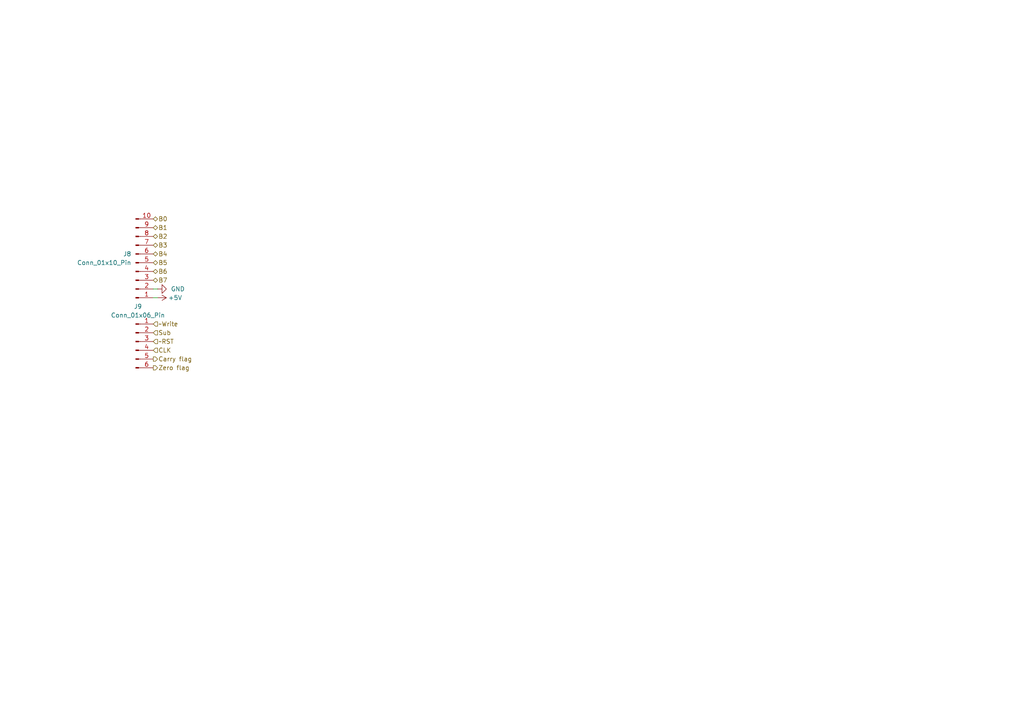
<source format=kicad_sch>
(kicad_sch (version 20231120) (generator "eeschema") (generator_version "8.0")
  (paper "A4")
  (lib_symbols
    (symbol "Connector:Conn_01x06_Pin" (pin_names (offset 1.016) hide)
      (property "Reference" "J" (at 0 7.62 0))
      (property "Value" "Conn_01x06_Pin" (at 0 -10.16 0))
      (symbol "Conn_01x06_Pin_1_1"
        (polyline (pts (xy 1.27 -7.62) (xy 0.8636 -7.62)) (stroke (width 0.1524)))
        (polyline (pts (xy 1.27 -5.08) (xy 0.8636 -5.08)) (stroke (width 0.1524)))
        (polyline (pts (xy 1.27 -2.54) (xy 0.8636 -2.54)) (stroke (width 0.1524)))
        (polyline (pts (xy 1.27 0) (xy 0.8636 0)) (stroke (width 0.1524)))
        (polyline (pts (xy 1.27 2.54) (xy 0.8636 2.54)) (stroke (width 0.1524)))
        (polyline (pts (xy 1.27 5.08) (xy 0.8636 5.08)) (stroke (width 0.1524)))
        (rectangle (start 0.8636 -7.493) (end 0 -7.747) (stroke (width 0.1524)) (fill (type outline)))
        (rectangle (start 0.8636 -4.953) (end 0 -5.207) (stroke (width 0.1524)) (fill (type outline)))
        (rectangle (start 0.8636 -2.413) (end 0 -2.667) (stroke (width 0.1524)) (fill (type outline)))
        (rectangle (start 0.8636 0.127) (end 0 -0.127) (stroke (width 0.1524)) (fill (type outline)))
        (rectangle (start 0.8636 2.667) (end 0 2.413) (stroke (width 0.1524)) (fill (type outline)))
        (rectangle (start 0.8636 5.207) (end 0 4.953) (stroke (width 0.1524)) (fill (type outline)))
        (pin passive line (at 5.08 5.08 180) (length 3.81) (name "Pin_1") (number "1"))
        (pin passive line (at 5.08 2.54 180) (length 3.81) (name "Pin_2") (number "2"))
        (pin passive line (at 5.08 0 180) (length 3.81) (name "Pin_3") (number "3"))
        (pin passive line (at 5.08 -2.54 180) (length 3.81) (name "Pin_4") (number "4"))
        (pin passive line (at 5.08 -5.08 180) (length 3.81) (name "Pin_5") (number "5"))
        (pin passive line (at 5.08 -7.62 180) (length 3.81) (name "Pin_6") (number "6"))
      )
    )
    (symbol "Connector:Conn_01x10_Pin" (pin_names (offset 1.016) hide)
      (property "Reference" "J" (at 0 12.7 0))
      (property "Value" "Conn_01x10_Pin" (at 0 -15.24 0))
      (symbol "Conn_01x10_Pin_1_1"
        (polyline (pts (xy 1.27 -12.7) (xy 0.8636 -12.7)) (stroke (width 0.1524)))
        (polyline (pts (xy 1.27 -10.16) (xy 0.8636 -10.16)) (stroke (width 0.1524)))
        (polyline (pts (xy 1.27 -7.62) (xy 0.8636 -7.62)) (stroke (width 0.1524)))
        (polyline (pts (xy 1.27 -5.08) (xy 0.8636 -5.08)) (stroke (width 0.1524)))
        (polyline (pts (xy 1.27 -2.54) (xy 0.8636 -2.54)) (stroke (width 0.1524)))
        (polyline (pts (xy 1.27 0) (xy 0.8636 0)) (stroke (width 0.1524)))
        (polyline (pts (xy 1.27 2.54) (xy 0.8636 2.54)) (stroke (width 0.1524)))
        (polyline (pts (xy 1.27 5.08) (xy 0.8636 5.08)) (stroke (width 0.1524)))
        (polyline (pts (xy 1.27 7.62) (xy 0.8636 7.62)) (stroke (width 0.1524)))
        (polyline (pts (xy 1.27 10.16) (xy 0.8636 10.16)) (stroke (width 0.1524)))
        (rectangle (start 0.8636 -12.573) (end 0 -12.827) (stroke (width 0.1524)) (fill (type outline)))
        (rectangle (start 0.8636 -10.033) (end 0 -10.287) (stroke (width 0.1524)) (fill (type outline)))
        (rectangle (start 0.8636 -7.493) (end 0 -7.747) (stroke (width 0.1524)) (fill (type outline)))
        (rectangle (start 0.8636 -4.953) (end 0 -5.207) (stroke (width 0.1524)) (fill (type outline)))
        (rectangle (start 0.8636 -2.413) (end 0 -2.667) (stroke (width 0.1524)) (fill (type outline)))
        (rectangle (start 0.8636 0.127) (end 0 -0.127) (stroke (width 0.1524)) (fill (type outline)))
        (rectangle (start 0.8636 2.667) (end 0 2.413) (stroke (width 0.1524)) (fill (type outline)))
        (rectangle (start 0.8636 5.207) (end 0 4.953) (stroke (width 0.1524)) (fill (type outline)))
        (rectangle (start 0.8636 7.747) (end 0 7.493) (stroke (width 0.1524)) (fill (type outline)))
        (rectangle (start 0.8636 10.287) (end 0 10.033) (stroke (width 0.1524)) (fill (type outline)))
        (pin passive line (at 5.08 10.16 180) (length 3.81) (name "Pin_1") (number "1"))
        (pin passive line (at 5.08 -12.7 180) (length 3.81) (name "Pin_10") (number "10"))
        (pin passive line (at 5.08 7.62 180) (length 3.81) (name "Pin_2") (number "2"))
        (pin passive line (at 5.08 5.08 180) (length 3.81) (name "Pin_3") (number "3"))
        (pin passive line (at 5.08 2.54 180) (length 3.81) (name "Pin_4") (number "4"))
        (pin passive line (at 5.08 0 180) (length 3.81) (name "Pin_5") (number "5"))
        (pin passive line (at 5.08 -2.54 180) (length 3.81) (name "Pin_6") (number "6"))
        (pin passive line (at 5.08 -5.08 180) (length 3.81) (name "Pin_7") (number "7"))
        (pin passive line (at 5.08 -7.62 180) (length 3.81) (name "Pin_8") (number "8"))
        (pin passive line (at 5.08 -10.16 180) (length 3.81) (name "Pin_9") (number "9"))
      )
    )
    (symbol "power:+5V" (power) (pin_numbers hide) (pin_names (offset 0) hide)
      (property "Value" "+5V" (at 0 3.556 0))
      (symbol "+5V_0_1"
        (polyline (pts (xy -0.762 1.27) (xy 0 2.54)))
        (polyline (pts (xy 0 0) (xy 0 2.54)))
        (polyline (pts (xy 0 2.54) (xy 0.762 1.27)))
      )
      (symbol "+5V_1_1"
        (pin power_in line (at 0 0 90) (length 0) (name "~") (number "1"))
      )
    )
    (symbol "power:GND" (power) (pin_numbers hide) (pin_names (offset 0) hide)
      (property "Value" "GND" (at 0 -3.81 0))
      (symbol "GND_0_1"
        (polyline (pts (xy 0 0) (xy 0 -1.27) (xy 1.27 -1.27) (xy 0 -2.54) (xy -1.27 -1.27) (xy 0 -1.27)))
      )
      (symbol "GND_1_1"
        (pin power_in line (at 0 0 270) (length 0) (name "~") (number "1"))
      )
    )
  )
  (wire (pts (xy 44.45 83.82) (xy 45.72 83.82)))
  (wire (pts (xy 44.45 86.36) (xy 45.72 86.36)))
  (hierarchical_label "Sub" (shape input) (at 44.45 96.52 0))
  (hierarchical_label "B3" (shape bidirectional) (at 44.45 71.12 0))
  (hierarchical_label "~RST" (shape input) (at 44.45 99.06 0))
  (hierarchical_label "B1" (shape bidirectional) (at 44.45 66.04 0))
  (hierarchical_label "~Write" (shape input) (at 44.45 93.98 0))
  (hierarchical_label "B6" (shape bidirectional) (at 44.45 78.74 0))
  (hierarchical_label "B0" (shape bidirectional) (at 44.45 63.5 0))
  (hierarchical_label "B2" (shape bidirectional) (at 44.45 68.58 0))
  (hierarchical_label "Carry flag" (shape output) (at 44.45 104.14 0))
  (hierarchical_label "B5" (shape bidirectional) (at 44.45 76.2 0))
  (hierarchical_label "Zero flag" (shape output) (at 44.45 106.68 0))
  (hierarchical_label "B4" (shape bidirectional) (at 44.45 73.66 0))
  (hierarchical_label "CLK" (shape input) (at 44.45 101.6 0))
  (hierarchical_label "B7" (shape bidirectional) (at 44.45 81.28 0))
  (symbol (lib_id "power:GND") (at 45.72 83.82 90) (unit 1)
    (property "Reference" "#PWR013" (effects (hide yes)))
    (property "Value" "GND" (at 49.53 83.8199 90) (effects (justify right)))
    (property "Description" "Power symbol creates a global label with name \"GND\" , ground" (effects (hide yes)))
  )
  (symbol (lib_id "power:+5V") (at 45.72 86.36 270) (unit 1)
    (property "Reference" "#PWR014" (effects (hide yes)))
    (property "Value" "+5V" (at 50.8 86.36 90))
    (property "Description" "Power symbol creates a global label with name \"+5V\"" (effects (hide yes)))
  )
  (symbol (lib_id "Connector:Conn_01x06_Pin") (at 39.37 99.06 0) (unit 1)
    (property "Reference" "J9" (at 40.005 88.9 0))
    (property "Value" "Conn_01x06_Pin" (at 40.005 91.44 0))
    (property "Footprint" "Connector_PinHeader_2.54mm:PinHeader_1x06_P2.54mm_Vertical" (effects (hide yes)))
    (property "Description" "Generic connector, single row, 01x06, script generated" (effects (hide yes)))
  )
  (symbol (lib_id "Connector:Conn_01x10_Pin") (at 39.37 76.2 0) (mirror x) (unit 1)
    (property "Reference" "J8" (at 38.1 73.6599 0) (effects (justify right)))
    (property "Value" "Conn_01x10_Pin" (at 38.1 76.1999 0) (effects (justify right)))
    (property "Footprint" "Connector_PinHeader_2.54mm:PinHeader_1x10_P2.54mm_Vertical" (effects (hide yes)))
    (property "Description" "Generic connector, single row, 01x10, script generated" (effects (hide yes)))
  )
)
</source>
